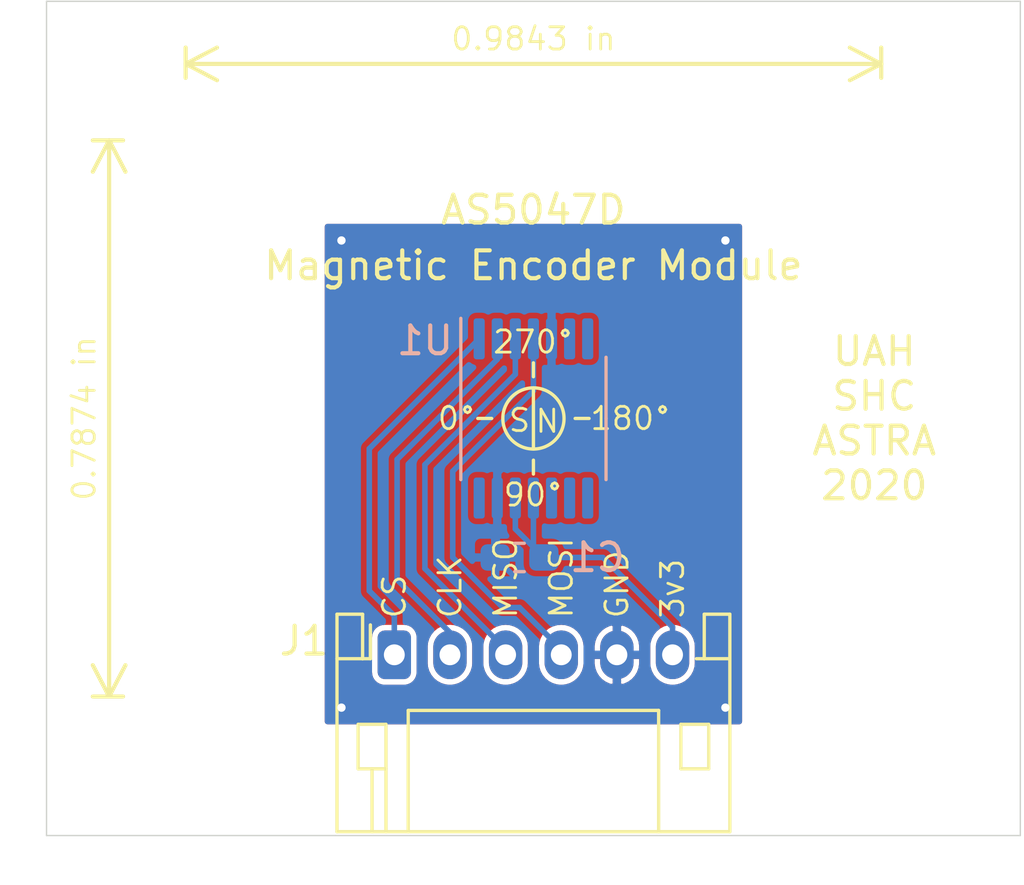
<source format=kicad_pcb>
(kicad_pcb (version 20171130) (host pcbnew "(5.1.6)-1")

  (general
    (thickness 1.6)
    (drawings 27)
    (tracks 41)
    (zones 0)
    (modules 7)
    (nets 13)
  )

  (page A4)
  (layers
    (0 F.Cu signal)
    (31 B.Cu signal)
    (32 B.Adhes user)
    (33 F.Adhes user)
    (34 B.Paste user)
    (35 F.Paste user)
    (36 B.SilkS user)
    (37 F.SilkS user)
    (38 B.Mask user)
    (39 F.Mask user)
    (40 Dwgs.User user)
    (41 Cmts.User user)
    (42 Eco1.User user)
    (43 Eco2.User user)
    (44 Edge.Cuts user)
    (45 Margin user)
    (46 B.CrtYd user)
    (47 F.CrtYd user)
    (48 B.Fab user)
    (49 F.Fab user)
  )

  (setup
    (last_trace_width 0.2)
    (user_trace_width 0.2)
    (trace_clearance 0.2)
    (zone_clearance 0.2)
    (zone_45_only yes)
    (trace_min 0.2)
    (via_size 0.8)
    (via_drill 0.4)
    (via_min_size 0.6)
    (via_min_drill 0.3)
    (user_via 0.6 0.3)
    (uvia_size 0.3)
    (uvia_drill 0.1)
    (uvias_allowed no)
    (uvia_min_size 0.2)
    (uvia_min_drill 0.1)
    (edge_width 0.05)
    (segment_width 0.2)
    (pcb_text_width 0.3)
    (pcb_text_size 1.5 1.5)
    (mod_edge_width 0.12)
    (mod_text_size 1 1)
    (mod_text_width 0.15)
    (pad_size 1.524 1.524)
    (pad_drill 0.762)
    (pad_to_mask_clearance 0.05)
    (aux_axis_origin 0 0)
    (visible_elements FFFFFF7F)
    (pcbplotparams
      (layerselection 0x010fc_ffffffff)
      (usegerberextensions false)
      (usegerberattributes true)
      (usegerberadvancedattributes true)
      (creategerberjobfile true)
      (excludeedgelayer true)
      (linewidth 0.100000)
      (plotframeref false)
      (viasonmask false)
      (mode 1)
      (useauxorigin false)
      (hpglpennumber 1)
      (hpglpenspeed 20)
      (hpglpendiameter 15.000000)
      (psnegative false)
      (psa4output false)
      (plotreference true)
      (plotvalue true)
      (plotinvisibletext false)
      (padsonsilk false)
      (subtractmaskfromsilk false)
      (outputformat 1)
      (mirror false)
      (drillshape 1)
      (scaleselection 1)
      (outputdirectory ""))
  )

  (net 0 "")
  (net 1 GND)
  (net 2 +3V3)
  (net 3 "Net-(J1-Pad4)")
  (net 4 "Net-(J1-Pad3)")
  (net 5 "Net-(J1-Pad2)")
  (net 6 "Net-(J1-Pad1)")
  (net 7 "Net-(U1-Pad14)")
  (net 8 "Net-(U1-Pad10)")
  (net 9 "Net-(U1-Pad9)")
  (net 10 "Net-(U1-Pad8)")
  (net 11 "Net-(U1-Pad7)")
  (net 12 "Net-(U1-Pad6)")

  (net_class Default "This is the default net class."
    (clearance 0.2)
    (trace_width 0.25)
    (via_dia 0.8)
    (via_drill 0.4)
    (uvia_dia 0.3)
    (uvia_drill 0.1)
    (add_net +3V3)
    (add_net GND)
    (add_net "Net-(J1-Pad1)")
    (add_net "Net-(J1-Pad2)")
    (add_net "Net-(J1-Pad3)")
    (add_net "Net-(J1-Pad4)")
    (add_net "Net-(U1-Pad10)")
    (add_net "Net-(U1-Pad14)")
    (add_net "Net-(U1-Pad6)")
    (add_net "Net-(U1-Pad7)")
    (add_net "Net-(U1-Pad8)")
    (add_net "Net-(U1-Pad9)")
  )

  (module Package_SO:TSSOP-14_4.4x5mm_P0.65mm (layer B.Cu) (tedit 5E476F32) (tstamp 5FBA078B)
    (at 147.5 105 270)
    (descr "TSSOP, 14 Pin (JEDEC MO-153 Var AB-1 https://www.jedec.org/document_search?search_api_views_fulltext=MO-153), generated with kicad-footprint-generator ipc_gullwing_generator.py")
    (tags "TSSOP SO")
    (path /603BEC24)
    (attr smd)
    (fp_text reference U1 (at -2.8 3.9) (layer B.SilkS)
      (effects (font (size 1 1) (thickness 0.15)) (justify mirror))
    )
    (fp_text value AS5047D (at 0 -3.45 270) (layer B.Fab)
      (effects (font (size 1 1) (thickness 0.15)) (justify mirror))
    )
    (fp_text user %R (at 0 0 270) (layer B.Fab)
      (effects (font (size 1 1) (thickness 0.15)) (justify mirror))
    )
    (fp_line (start 0 -2.61) (end 2.2 -2.61) (layer B.SilkS) (width 0.12))
    (fp_line (start 0 -2.61) (end -2.2 -2.61) (layer B.SilkS) (width 0.12))
    (fp_line (start 0 2.61) (end 2.2 2.61) (layer B.SilkS) (width 0.12))
    (fp_line (start 0 2.61) (end -3.6 2.61) (layer B.SilkS) (width 0.12))
    (fp_line (start -1.2 2.5) (end 2.2 2.5) (layer B.Fab) (width 0.1))
    (fp_line (start 2.2 2.5) (end 2.2 -2.5) (layer B.Fab) (width 0.1))
    (fp_line (start 2.2 -2.5) (end -2.2 -2.5) (layer B.Fab) (width 0.1))
    (fp_line (start -2.2 -2.5) (end -2.2 1.5) (layer B.Fab) (width 0.1))
    (fp_line (start -2.2 1.5) (end -1.2 2.5) (layer B.Fab) (width 0.1))
    (fp_line (start -3.85 2.75) (end -3.85 -2.75) (layer B.CrtYd) (width 0.05))
    (fp_line (start -3.85 -2.75) (end 3.85 -2.75) (layer B.CrtYd) (width 0.05))
    (fp_line (start 3.85 -2.75) (end 3.85 2.75) (layer B.CrtYd) (width 0.05))
    (fp_line (start 3.85 2.75) (end -3.85 2.75) (layer B.CrtYd) (width 0.05))
    (pad 14 smd roundrect (at 2.8625 1.95 270) (size 1.475 0.4) (layers B.Cu B.Paste B.Mask) (roundrect_rratio 0.25)
      (net 7 "Net-(U1-Pad14)"))
    (pad 13 smd roundrect (at 2.8625 1.3 270) (size 1.475 0.4) (layers B.Cu B.Paste B.Mask) (roundrect_rratio 0.25)
      (net 1 GND))
    (pad 12 smd roundrect (at 2.8625 0.65 270) (size 1.475 0.4) (layers B.Cu B.Paste B.Mask) (roundrect_rratio 0.25)
      (net 2 +3V3))
    (pad 11 smd roundrect (at 2.8625 0 270) (size 1.475 0.4) (layers B.Cu B.Paste B.Mask) (roundrect_rratio 0.25)
      (net 2 +3V3))
    (pad 10 smd roundrect (at 2.8625 -0.65 270) (size 1.475 0.4) (layers B.Cu B.Paste B.Mask) (roundrect_rratio 0.25)
      (net 8 "Net-(U1-Pad10)"))
    (pad 9 smd roundrect (at 2.8625 -1.3 270) (size 1.475 0.4) (layers B.Cu B.Paste B.Mask) (roundrect_rratio 0.25)
      (net 9 "Net-(U1-Pad9)"))
    (pad 8 smd roundrect (at 2.8625 -1.95 270) (size 1.475 0.4) (layers B.Cu B.Paste B.Mask) (roundrect_rratio 0.25)
      (net 10 "Net-(U1-Pad8)"))
    (pad 7 smd roundrect (at -2.8625 -1.95 270) (size 1.475 0.4) (layers B.Cu B.Paste B.Mask) (roundrect_rratio 0.25)
      (net 11 "Net-(U1-Pad7)"))
    (pad 6 smd roundrect (at -2.8625 -1.3 270) (size 1.475 0.4) (layers B.Cu B.Paste B.Mask) (roundrect_rratio 0.25)
      (net 12 "Net-(U1-Pad6)"))
    (pad 5 smd roundrect (at -2.8625 -0.65 270) (size 1.475 0.4) (layers B.Cu B.Paste B.Mask) (roundrect_rratio 0.25)
      (net 1 GND))
    (pad 4 smd roundrect (at -2.8625 0 270) (size 1.475 0.4) (layers B.Cu B.Paste B.Mask) (roundrect_rratio 0.25)
      (net 3 "Net-(J1-Pad4)"))
    (pad 3 smd roundrect (at -2.8625 0.65 270) (size 1.475 0.4) (layers B.Cu B.Paste B.Mask) (roundrect_rratio 0.25)
      (net 4 "Net-(J1-Pad3)"))
    (pad 2 smd roundrect (at -2.8625 1.3 270) (size 1.475 0.4) (layers B.Cu B.Paste B.Mask) (roundrect_rratio 0.25)
      (net 5 "Net-(J1-Pad2)"))
    (pad 1 smd roundrect (at -2.8625 1.95 270) (size 1.475 0.4) (layers B.Cu B.Paste B.Mask) (roundrect_rratio 0.25)
      (net 6 "Net-(J1-Pad1)"))
    (model ${KISYS3DMOD}/Package_SO.3dshapes/TSSOP-14_4.4x5mm_P0.65mm.wrl
      (at (xyz 0 0 0))
      (scale (xyz 1 1 1))
      (rotate (xyz 0 0 0))
    )
  )

  (module Connector_JST:JST_PH_S6B-PH-K_1x06_P2.00mm_Horizontal (layer F.Cu) (tedit 5B7745C6) (tstamp 5FBA076B)
    (at 142.5 113.5)
    (descr "JST PH series connector, S6B-PH-K (http://www.jst-mfg.com/product/pdf/eng/ePH.pdf), generated with kicad-footprint-generator")
    (tags "connector JST PH top entry")
    (path /603C69A3)
    (fp_text reference J1 (at -3.25 -0.5) (layer F.SilkS)
      (effects (font (size 1 1) (thickness 0.15)))
    )
    (fp_text value Conn_01x06 (at 5 7.45) (layer F.Fab)
      (effects (font (size 1 1) (thickness 0.15)))
    )
    (fp_text user %R (at 5 2.5) (layer F.Fab)
      (effects (font (size 1 1) (thickness 0.15)))
    )
    (fp_line (start -0.86 0.14) (end -1.14 0.14) (layer F.SilkS) (width 0.12))
    (fp_line (start -1.14 0.14) (end -1.14 -1.46) (layer F.SilkS) (width 0.12))
    (fp_line (start -1.14 -1.46) (end -2.06 -1.46) (layer F.SilkS) (width 0.12))
    (fp_line (start -2.06 -1.46) (end -2.06 6.36) (layer F.SilkS) (width 0.12))
    (fp_line (start -2.06 6.36) (end 12.06 6.36) (layer F.SilkS) (width 0.12))
    (fp_line (start 12.06 6.36) (end 12.06 -1.46) (layer F.SilkS) (width 0.12))
    (fp_line (start 12.06 -1.46) (end 11.14 -1.46) (layer F.SilkS) (width 0.12))
    (fp_line (start 11.14 -1.46) (end 11.14 0.14) (layer F.SilkS) (width 0.12))
    (fp_line (start 11.14 0.14) (end 10.86 0.14) (layer F.SilkS) (width 0.12))
    (fp_line (start 0.5 6.36) (end 0.5 2) (layer F.SilkS) (width 0.12))
    (fp_line (start 0.5 2) (end 9.5 2) (layer F.SilkS) (width 0.12))
    (fp_line (start 9.5 2) (end 9.5 6.36) (layer F.SilkS) (width 0.12))
    (fp_line (start -2.06 0.14) (end -1.14 0.14) (layer F.SilkS) (width 0.12))
    (fp_line (start 12.06 0.14) (end 11.14 0.14) (layer F.SilkS) (width 0.12))
    (fp_line (start -1.3 2.5) (end -1.3 4.1) (layer F.SilkS) (width 0.12))
    (fp_line (start -1.3 4.1) (end -0.3 4.1) (layer F.SilkS) (width 0.12))
    (fp_line (start -0.3 4.1) (end -0.3 2.5) (layer F.SilkS) (width 0.12))
    (fp_line (start -0.3 2.5) (end -1.3 2.5) (layer F.SilkS) (width 0.12))
    (fp_line (start 11.3 2.5) (end 11.3 4.1) (layer F.SilkS) (width 0.12))
    (fp_line (start 11.3 4.1) (end 10.3 4.1) (layer F.SilkS) (width 0.12))
    (fp_line (start 10.3 4.1) (end 10.3 2.5) (layer F.SilkS) (width 0.12))
    (fp_line (start 10.3 2.5) (end 11.3 2.5) (layer F.SilkS) (width 0.12))
    (fp_line (start -0.3 4.1) (end -0.3 6.36) (layer F.SilkS) (width 0.12))
    (fp_line (start -0.8 4.1) (end -0.8 6.36) (layer F.SilkS) (width 0.12))
    (fp_line (start -2.45 -1.85) (end -2.45 6.75) (layer F.CrtYd) (width 0.05))
    (fp_line (start -2.45 6.75) (end 12.45 6.75) (layer F.CrtYd) (width 0.05))
    (fp_line (start 12.45 6.75) (end 12.45 -1.85) (layer F.CrtYd) (width 0.05))
    (fp_line (start 12.45 -1.85) (end -2.45 -1.85) (layer F.CrtYd) (width 0.05))
    (fp_line (start -1.25 0.25) (end -1.25 -1.35) (layer F.Fab) (width 0.1))
    (fp_line (start -1.25 -1.35) (end -1.95 -1.35) (layer F.Fab) (width 0.1))
    (fp_line (start -1.95 -1.35) (end -1.95 6.25) (layer F.Fab) (width 0.1))
    (fp_line (start -1.95 6.25) (end 11.95 6.25) (layer F.Fab) (width 0.1))
    (fp_line (start 11.95 6.25) (end 11.95 -1.35) (layer F.Fab) (width 0.1))
    (fp_line (start 11.95 -1.35) (end 11.25 -1.35) (layer F.Fab) (width 0.1))
    (fp_line (start 11.25 -1.35) (end 11.25 0.25) (layer F.Fab) (width 0.1))
    (fp_line (start 11.25 0.25) (end -1.25 0.25) (layer F.Fab) (width 0.1))
    (fp_line (start -0.86 0.14) (end -0.86 -1.075) (layer F.SilkS) (width 0.12))
    (fp_line (start 0 0.875) (end -0.5 1.375) (layer F.Fab) (width 0.1))
    (fp_line (start -0.5 1.375) (end 0.5 1.375) (layer F.Fab) (width 0.1))
    (fp_line (start 0.5 1.375) (end 0 0.875) (layer F.Fab) (width 0.1))
    (pad 6 thru_hole oval (at 10 0) (size 1.2 1.75) (drill 0.75) (layers *.Cu *.Mask)
      (net 2 +3V3))
    (pad 5 thru_hole oval (at 8 0) (size 1.2 1.75) (drill 0.75) (layers *.Cu *.Mask)
      (net 1 GND))
    (pad 4 thru_hole oval (at 6 0) (size 1.2 1.75) (drill 0.75) (layers *.Cu *.Mask)
      (net 3 "Net-(J1-Pad4)"))
    (pad 3 thru_hole oval (at 4 0) (size 1.2 1.75) (drill 0.75) (layers *.Cu *.Mask)
      (net 4 "Net-(J1-Pad3)"))
    (pad 2 thru_hole oval (at 2 0) (size 1.2 1.75) (drill 0.75) (layers *.Cu *.Mask)
      (net 5 "Net-(J1-Pad2)"))
    (pad 1 thru_hole roundrect (at 0 0) (size 1.2 1.75) (drill 0.75) (layers *.Cu *.Mask) (roundrect_rratio 0.208333)
      (net 6 "Net-(J1-Pad1)"))
    (model ${KISYS3DMOD}/Connector_JST.3dshapes/JST_PH_S6B-PH-K_1x06_P2.00mm_Horizontal.wrl
      (at (xyz 0 0 0))
      (scale (xyz 1 1 1))
      (rotate (xyz 0 0 0))
    )
  )

  (module MountingHole:MountingHole_3.2mm_M3 (layer F.Cu) (tedit 56D1B4CB) (tstamp 5FBA0738)
    (at 160 115)
    (descr "Mounting Hole 3.2mm, no annular, M3")
    (tags "mounting hole 3.2mm no annular m3")
    (path /603CAD18)
    (attr virtual)
    (fp_text reference H4 (at 0 -4.2) (layer F.Fab)
      (effects (font (size 1 1) (thickness 0.15)))
    )
    (fp_text value MountingHole (at 0 4.2) (layer F.Fab)
      (effects (font (size 1 1) (thickness 0.15)))
    )
    (fp_text user %R (at 0.3 0) (layer F.Fab)
      (effects (font (size 1 1) (thickness 0.15)))
    )
    (fp_circle (center 0 0) (end 3.2 0) (layer Cmts.User) (width 0.15))
    (fp_circle (center 0 0) (end 3.45 0) (layer F.CrtYd) (width 0.05))
    (pad 1 np_thru_hole circle (at 0 0) (size 3.2 3.2) (drill 3.2) (layers *.Cu *.Mask))
  )

  (module MountingHole:MountingHole_3.2mm_M3 (layer F.Cu) (tedit 56D1B4CB) (tstamp 5FBA0A44)
    (at 135 115)
    (descr "Mounting Hole 3.2mm, no annular, M3")
    (tags "mounting hole 3.2mm no annular m3")
    (path /603CB7EC)
    (attr virtual)
    (fp_text reference H3 (at 0 -4.2) (layer F.Fab)
      (effects (font (size 1 1) (thickness 0.15)))
    )
    (fp_text value MountingHole (at 0 4.2) (layer F.Fab)
      (effects (font (size 1 1) (thickness 0.15)))
    )
    (fp_text user %R (at 0.3 0) (layer F.Fab)
      (effects (font (size 1 1) (thickness 0.15)))
    )
    (fp_circle (center 0 0) (end 3.2 0) (layer Cmts.User) (width 0.15))
    (fp_circle (center 0 0) (end 3.45 0) (layer F.CrtYd) (width 0.05))
    (pad 1 np_thru_hole circle (at 0 0) (size 3.2 3.2) (drill 3.2) (layers *.Cu *.Mask))
  )

  (module MountingHole:MountingHole_3.2mm_M3 (layer F.Cu) (tedit 56D1B4CB) (tstamp 5FBA0728)
    (at 160 95)
    (descr "Mounting Hole 3.2mm, no annular, M3")
    (tags "mounting hole 3.2mm no annular m3")
    (path /603CBA0F)
    (attr virtual)
    (fp_text reference H2 (at 0 -4.2) (layer F.Fab)
      (effects (font (size 1 1) (thickness 0.15)))
    )
    (fp_text value MountingHole (at 0 4.2) (layer F.Fab)
      (effects (font (size 1 1) (thickness 0.15)))
    )
    (fp_text user %R (at 0.3 0) (layer F.Fab)
      (effects (font (size 1 1) (thickness 0.15)))
    )
    (fp_circle (center 0 0) (end 3.2 0) (layer Cmts.User) (width 0.15))
    (fp_circle (center 0 0) (end 3.45 0) (layer F.CrtYd) (width 0.05))
    (pad 1 np_thru_hole circle (at 0 0) (size 3.2 3.2) (drill 3.2) (layers *.Cu *.Mask))
  )

  (module MountingHole:MountingHole_3.2mm_M3 (layer F.Cu) (tedit 56D1B4CB) (tstamp 5FBA0720)
    (at 135 95)
    (descr "Mounting Hole 3.2mm, no annular, M3")
    (tags "mounting hole 3.2mm no annular m3")
    (path /603CBA19)
    (attr virtual)
    (fp_text reference H1 (at 0 -4.2) (layer F.Fab)
      (effects (font (size 1 1) (thickness 0.15)))
    )
    (fp_text value MountingHole (at 0 4.2) (layer F.Fab)
      (effects (font (size 1 1) (thickness 0.15)))
    )
    (fp_text user %R (at 0.3 0) (layer F.Fab)
      (effects (font (size 1 1) (thickness 0.15)))
    )
    (fp_circle (center 0 0) (end 3.2 0) (layer Cmts.User) (width 0.15))
    (fp_circle (center 0 0) (end 3.45 0) (layer F.CrtYd) (width 0.05))
    (pad 1 np_thru_hole circle (at 0 0) (size 3.2 3.2) (drill 3.2) (layers *.Cu *.Mask))
  )

  (module Capacitor_SMD:C_0603_1608Metric_Pad1.05x0.95mm_HandSolder (layer B.Cu) (tedit 5B301BBE) (tstamp 5FBA0DDE)
    (at 147 110 180)
    (descr "Capacitor SMD 0603 (1608 Metric), square (rectangular) end terminal, IPC_7351 nominal with elongated pad for handsoldering. (Body size source: http://www.tortai-tech.com/upload/download/2011102023233369053.pdf), generated with kicad-footprint-generator")
    (tags "capacitor handsolder")
    (path /603C3CD1)
    (attr smd)
    (fp_text reference C1 (at -2.8 0) (layer B.SilkS)
      (effects (font (size 1 1) (thickness 0.15)) (justify mirror))
    )
    (fp_text value 0.1u (at 0 -1.43) (layer B.Fab)
      (effects (font (size 1 1) (thickness 0.15)) (justify mirror))
    )
    (fp_text user %R (at 0 0) (layer B.Fab)
      (effects (font (size 0.4 0.4) (thickness 0.06)) (justify mirror))
    )
    (fp_line (start -0.8 -0.4) (end -0.8 0.4) (layer B.Fab) (width 0.1))
    (fp_line (start -0.8 0.4) (end 0.8 0.4) (layer B.Fab) (width 0.1))
    (fp_line (start 0.8 0.4) (end 0.8 -0.4) (layer B.Fab) (width 0.1))
    (fp_line (start 0.8 -0.4) (end -0.8 -0.4) (layer B.Fab) (width 0.1))
    (fp_line (start -0.171267 0.51) (end 0.171267 0.51) (layer B.SilkS) (width 0.12))
    (fp_line (start -0.171267 -0.51) (end 0.171267 -0.51) (layer B.SilkS) (width 0.12))
    (fp_line (start -1.65 -0.73) (end -1.65 0.73) (layer B.CrtYd) (width 0.05))
    (fp_line (start -1.65 0.73) (end 1.65 0.73) (layer B.CrtYd) (width 0.05))
    (fp_line (start 1.65 0.73) (end 1.65 -0.73) (layer B.CrtYd) (width 0.05))
    (fp_line (start 1.65 -0.73) (end -1.65 -0.73) (layer B.CrtYd) (width 0.05))
    (pad 2 smd roundrect (at 0.875 0 180) (size 1.05 0.95) (layers B.Cu B.Paste B.Mask) (roundrect_rratio 0.25)
      (net 1 GND))
    (pad 1 smd roundrect (at -0.875 0 180) (size 1.05 0.95) (layers B.Cu B.Paste B.Mask) (roundrect_rratio 0.25)
      (net 2 +3V3))
    (model ${KISYS3DMOD}/Capacitor_SMD.3dshapes/C_0603_1608Metric.wrl
      (at (xyz 0 0 0))
      (scale (xyz 1 1 1))
      (rotate (xyz 0 0 0))
    )
  )

  (gr_text "UAH\nSHC\nASTRA\n2020" (at 159.75 105) (layer F.SilkS)
    (effects (font (size 1 1) (thickness 0.15)))
  )
  (gr_text 270° (at 147.5 102.25) (layer F.SilkS) (tstamp 5FBA1802)
    (effects (font (size 0.8 0.8) (thickness 0.1)))
  )
  (gr_text 180° (at 151 105) (layer F.SilkS) (tstamp 5FBA17EB)
    (effects (font (size 0.8 0.8) (thickness 0.1)))
  )
  (gr_text 90° (at 147.5 107.75) (layer F.SilkS) (tstamp 5FBA17E2)
    (effects (font (size 0.8 0.8) (thickness 0.1)))
  )
  (gr_text AS5047D (at 147.5 97.5) (layer F.SilkS) (tstamp 5FBA1757)
    (effects (font (size 1 1) (thickness 0.15)))
  )
  (gr_text CS (at 142.5 112.25 90) (layer F.SilkS) (tstamp 5FBA16F4)
    (effects (font (size 0.8 0.8) (thickness 0.1)) (justify left))
  )
  (gr_text CLK (at 144.5 112.25 90) (layer F.SilkS) (tstamp 5FBA16F4)
    (effects (font (size 0.8 0.8) (thickness 0.1)) (justify left))
  )
  (gr_text MISO (at 146.5 112.25 90) (layer F.SilkS) (tstamp 5FBA16F4)
    (effects (font (size 0.8 0.8) (thickness 0.1)) (justify left))
  )
  (gr_text MOSI (at 148.5 112.25 90) (layer F.SilkS) (tstamp 5FBA16F4)
    (effects (font (size 0.8 0.8) (thickness 0.1)) (justify left))
  )
  (gr_text GND (at 150.5 112.25 90) (layer F.SilkS) (tstamp 5FBA16F4)
    (effects (font (size 0.8 0.8) (thickness 0.1)) (justify left))
  )
  (gr_text 3v3 (at 152.5 112.25 90) (layer F.SilkS)
    (effects (font (size 0.8 0.8) (thickness 0.1)) (justify left))
  )
  (gr_text "Magnetic Encoder Module" (at 147.5 99.5) (layer F.SilkS)
    (effects (font (size 1 1) (thickness 0.15)))
  )
  (gr_line (start 146 105) (end 145.5 105) (layer F.SilkS) (width 0.12))
  (gr_line (start 147.5 106.5) (end 147.5 107) (layer F.SilkS) (width 0.12))
  (gr_line (start 149 105) (end 149.5 105) (layer F.SilkS) (width 0.12))
  (gr_line (start 147.5 103.5) (end 147.5 103) (layer F.SilkS) (width 0.12))
  (gr_text 0° (at 144.75 105) (layer F.SilkS)
    (effects (font (size 0.8 0.8) (thickness 0.1)))
  )
  (gr_text N (at 148 105.1) (layer F.SilkS)
    (effects (font (size 0.8 0.8) (thickness 0.1)))
  )
  (gr_text S (at 147 105 180) (layer F.SilkS)
    (effects (font (size 0.8 0.8) (thickness 0.1)))
  )
  (gr_line (start 147.5 103.9) (end 147.5 106.1) (layer F.SilkS) (width 0.12) (tstamp 5FBA15D7))
  (gr_circle (center 147.5 105) (end 147.5 103.9) (layer F.SilkS) (width 0.12))
  (dimension 20 (width 0.15) (layer F.SilkS)
    (gr_text "20.000 mm" (at 130.95 105 90) (layer F.SilkS)
      (effects (font (size 0.8 0.8) (thickness 0.1)))
    )
    (feature1 (pts (xy 132.75 95) (xy 131.663579 95)))
    (feature2 (pts (xy 132.75 115) (xy 131.663579 115)))
    (crossbar (pts (xy 132.25 115) (xy 132.25 95)))
    (arrow1a (pts (xy 132.25 95) (xy 132.836421 96.126504)))
    (arrow1b (pts (xy 132.25 95) (xy 131.663579 96.126504)))
    (arrow2a (pts (xy 132.25 115) (xy 132.836421 113.873496)))
    (arrow2b (pts (xy 132.25 115) (xy 131.663579 113.873496)))
  )
  (dimension 25 (width 0.15) (layer F.SilkS) (tstamp 5FBA1780)
    (gr_text "25.000 mm" (at 147.5 90.95) (layer F.SilkS) (tstamp 5FBA1781)
      (effects (font (size 0.8 0.8) (thickness 0.1)))
    )
    (feature1 (pts (xy 160 92.75) (xy 160 91.663579)))
    (feature2 (pts (xy 135 92.75) (xy 135 91.663579)))
    (crossbar (pts (xy 135 92.25) (xy 160 92.25)))
    (arrow1a (pts (xy 160 92.25) (xy 158.873496 92.836421)))
    (arrow1b (pts (xy 160 92.25) (xy 158.873496 91.663579)))
    (arrow2a (pts (xy 135 92.25) (xy 136.126504 92.836421)))
    (arrow2b (pts (xy 135 92.25) (xy 136.126504 91.663579)))
  )
  (gr_line (start 130 120) (end 165 120) (layer Edge.Cuts) (width 0.05) (tstamp 5FBA0D36))
  (gr_line (start 130 90) (end 130 120) (layer Edge.Cuts) (width 0.05))
  (gr_line (start 165 90) (end 130 90) (layer Edge.Cuts) (width 0.05))
  (gr_line (start 165 120) (end 165 90) (layer Edge.Cuts) (width 0.05))

  (segment (start 146.2 109.925) (end 146.125 110) (width 0.2) (layer B.Cu) (net 1))
  (segment (start 146.2 107.8625) (end 146.2 109.925) (width 0.2) (layer B.Cu) (net 1))
  (segment (start 148.874989 110.799989) (end 150.5 112.425) (width 0.2) (layer B.Cu) (net 1))
  (segment (start 150.5 112.425) (end 150.5 113.5) (width 0.2) (layer B.Cu) (net 1))
  (segment (start 146.924989 110.799989) (end 148.874989 110.799989) (width 0.2) (layer B.Cu) (net 1))
  (segment (start 146.125 110) (end 146.924989 110.799989) (width 0.2) (layer B.Cu) (net 1))
  (segment (start 148.15 105.05) (end 148.15 102.1375) (width 0.2) (layer B.Cu) (net 1))
  (segment (start 146.2 107.8625) (end 146.2 107) (width 0.2) (layer B.Cu) (net 1))
  (segment (start 146.2 107) (end 148.15 105.05) (width 0.2) (layer B.Cu) (net 1))
  (via (at 154.4 98.6) (size 0.6) (drill 0.3) (layers F.Cu B.Cu) (net 1))
  (via (at 140.6 98.6) (size 0.6) (drill 0.3) (layers F.Cu B.Cu) (net 1))
  (via (at 140.6 115.4) (size 0.6) (drill 0.3) (layers F.Cu B.Cu) (net 1))
  (via (at 154.4 115.4) (size 0.6) (drill 0.3) (layers F.Cu B.Cu) (net 1))
  (segment (start 147.5 109.625) (end 147.5 107.8625) (width 0.2) (layer B.Cu) (net 2))
  (segment (start 147.875 110) (end 147.5 109.625) (width 0.2) (layer B.Cu) (net 2))
  (segment (start 146.85 108.975) (end 147.875 110) (width 0.2) (layer B.Cu) (net 2))
  (segment (start 146.85 107.8625) (end 146.85 108.975) (width 0.2) (layer B.Cu) (net 2))
  (segment (start 152.5 112.5) (end 152.5 113.5) (width 0.2) (layer B.Cu) (net 2))
  (segment (start 147.875 110) (end 150 110) (width 0.2) (layer B.Cu) (net 2))
  (segment (start 150 110) (end 152.5 112.5) (width 0.2) (layer B.Cu) (net 2))
  (segment (start 147.5 104) (end 147.5 102.1375) (width 0.2) (layer B.Cu) (net 3))
  (segment (start 144.6 106.9) (end 147.5 104) (width 0.2) (layer B.Cu) (net 3))
  (segment (start 148.5 113.3) (end 147 111.8) (width 0.2) (layer B.Cu) (net 3))
  (segment (start 147 111.8) (end 146.4 111.8) (width 0.2) (layer B.Cu) (net 3))
  (segment (start 148.5 113.5) (end 148.5 113.3) (width 0.2) (layer B.Cu) (net 3))
  (segment (start 144.6 110) (end 144.6 106.9) (width 0.2) (layer B.Cu) (net 3))
  (segment (start 146.4 111.8) (end 144.6 110) (width 0.2) (layer B.Cu) (net 3))
  (segment (start 146.85 103.4125) (end 146.85 102.1375) (width 0.2) (layer B.Cu) (net 4))
  (segment (start 143.6 106.6625) (end 146.85 103.4125) (width 0.2) (layer B.Cu) (net 4))
  (segment (start 143.6 110.4) (end 143.6 106.6625) (width 0.2) (layer B.Cu) (net 4))
  (segment (start 146.5 113.5) (end 146.5 113.3) (width 0.2) (layer B.Cu) (net 4))
  (segment (start 146.5 113.3) (end 143.6 110.4) (width 0.2) (layer B.Cu) (net 4))
  (segment (start 142.6 110.8) (end 142.6 106.475) (width 0.2) (layer B.Cu) (net 5))
  (segment (start 142.6 106.475) (end 146.2 102.875) (width 0.2) (layer B.Cu) (net 5))
  (segment (start 144.5 113.5) (end 144.5 112.7) (width 0.2) (layer B.Cu) (net 5))
  (segment (start 146.2 102.875) (end 146.2 102.1375) (width 0.2) (layer B.Cu) (net 5))
  (segment (start 144.5 112.7) (end 142.6 110.8) (width 0.2) (layer B.Cu) (net 5))
  (segment (start 141.6 106.0875) (end 145.55 102.1375) (width 0.2) (layer B.Cu) (net 6))
  (segment (start 141.6 111.2) (end 141.6 106.0875) (width 0.2) (layer B.Cu) (net 6))
  (segment (start 142.5 113.5) (end 142.5 112.1) (width 0.2) (layer B.Cu) (net 6))
  (segment (start 142.5 112.1) (end 141.6 111.2) (width 0.2) (layer B.Cu) (net 6))

  (zone (net 1) (net_name GND) (layer B.Cu) (tstamp 0) (hatch edge 0.508)
    (connect_pads (clearance 0.2))
    (min_thickness 0.2)
    (fill yes (arc_segments 32) (thermal_gap 0.2) (thermal_bridge_width 0.3))
    (polygon
      (pts
        (xy 155 116) (xy 140 116) (xy 140 98) (xy 155 98)
      )
    )
    (filled_polygon
      (pts
        (xy 154.9 115.9) (xy 140.1 115.9) (xy 140.1 106.0875) (xy 141.198065 106.0875) (xy 141.200001 106.107156)
        (xy 141.2 111.180354) (xy 141.198065 111.2) (xy 141.2 111.219646) (xy 141.205788 111.278413) (xy 141.22866 111.353813)
        (xy 141.265803 111.423302) (xy 141.315789 111.484211) (xy 141.331052 111.496737) (xy 142.100001 112.265687) (xy 142.100001 112.328473)
        (xy 142.042416 112.334145) (xy 141.938968 112.365526) (xy 141.84363 112.416485) (xy 141.760065 112.485065) (xy 141.691485 112.56863)
        (xy 141.640526 112.663968) (xy 141.609145 112.767416) (xy 141.598549 112.874999) (xy 141.598549 114.125001) (xy 141.609145 114.232584)
        (xy 141.640526 114.336032) (xy 141.691485 114.43137) (xy 141.760065 114.514935) (xy 141.84363 114.583515) (xy 141.938968 114.634474)
        (xy 142.042416 114.665855) (xy 142.149999 114.676451) (xy 142.850001 114.676451) (xy 142.957584 114.665855) (xy 143.061032 114.634474)
        (xy 143.15637 114.583515) (xy 143.239935 114.514935) (xy 143.308515 114.43137) (xy 143.359474 114.336032) (xy 143.390855 114.232584)
        (xy 143.401451 114.125001) (xy 143.401451 112.874999) (xy 143.390855 112.767416) (xy 143.359474 112.663968) (xy 143.308515 112.56863)
        (xy 143.239935 112.485065) (xy 143.15637 112.416485) (xy 143.061032 112.365526) (xy 142.957584 112.334145) (xy 142.9 112.328473)
        (xy 142.9 112.119635) (xy 142.901934 112.099999) (xy 142.9 112.080363) (xy 142.9 112.080353) (xy 142.894212 112.021586)
        (xy 142.87134 111.946186) (xy 142.834197 111.876697) (xy 142.784211 111.815789) (xy 142.768953 111.803267) (xy 142 111.034315)
        (xy 142 106.253185) (xy 145.181612 103.071573) (xy 145.226966 103.108794) (xy 145.296371 103.145892) (xy 145.347816 103.161498)
        (xy 142.331048 106.178267) (xy 142.31579 106.190789) (xy 142.303268 106.206047) (xy 142.303265 106.20605) (xy 142.265803 106.251698)
        (xy 142.228661 106.321186) (xy 142.205788 106.396587) (xy 142.198065 106.475) (xy 142.200001 106.494656) (xy 142.2 110.780354)
        (xy 142.198065 110.8) (xy 142.2 110.819646) (xy 142.205788 110.878413) (xy 142.22866 110.953813) (xy 142.265803 111.023302)
        (xy 142.315789 111.084211) (xy 142.331052 111.096737) (xy 143.842186 112.607872) (xy 143.748057 112.722569) (xy 143.664486 112.87892)
        (xy 143.613023 113.04857) (xy 143.6 113.180794) (xy 143.6 113.819207) (xy 143.613023 113.951431) (xy 143.664486 114.121081)
        (xy 143.748058 114.277432) (xy 143.860526 114.414475) (xy 143.997569 114.526943) (xy 144.15392 114.610514) (xy 144.32357 114.661977)
        (xy 144.5 114.679354) (xy 144.676431 114.661977) (xy 144.846081 114.610514) (xy 145.002432 114.526943) (xy 145.139475 114.414475)
        (xy 145.251943 114.277432) (xy 145.335514 114.121081) (xy 145.386977 113.951431) (xy 145.4 113.819207) (xy 145.4 113.180793)
        (xy 145.386977 113.048569) (xy 145.335514 112.878919) (xy 145.251943 112.722568) (xy 145.139475 112.585525) (xy 145.002431 112.473057)
        (xy 144.84608 112.389486) (xy 144.715587 112.349901) (xy 143 110.634315) (xy 143 106.640685) (xy 146.45 103.190686)
        (xy 146.45 103.246814) (xy 143.331048 106.365767) (xy 143.31579 106.378289) (xy 143.303268 106.393547) (xy 143.303265 106.39355)
        (xy 143.265803 106.439198) (xy 143.228661 106.508686) (xy 143.205788 106.584087) (xy 143.198065 106.6625) (xy 143.200001 106.682156)
        (xy 143.2 110.380353) (xy 143.198065 110.4) (xy 143.2 110.419646) (xy 143.205788 110.478413) (xy 143.22866 110.553813)
        (xy 143.265803 110.623302) (xy 143.315789 110.684211) (xy 143.331052 110.696737) (xy 145.629283 112.994969) (xy 145.613023 113.04857)
        (xy 145.6 113.180794) (xy 145.6 113.819207) (xy 145.613023 113.951431) (xy 145.664486 114.121081) (xy 145.748058 114.277432)
        (xy 145.860526 114.414475) (xy 145.997569 114.526943) (xy 146.15392 114.610514) (xy 146.32357 114.661977) (xy 146.5 114.679354)
        (xy 146.676431 114.661977) (xy 146.846081 114.610514) (xy 147.002432 114.526943) (xy 147.139475 114.414475) (xy 147.251943 114.277432)
        (xy 147.335514 114.121081) (xy 147.386977 113.951431) (xy 147.4 113.819207) (xy 147.4 113.180793) (xy 147.386977 113.048569)
        (xy 147.335514 112.878919) (xy 147.251943 112.722568) (xy 147.139475 112.585525) (xy 147.002431 112.473057) (xy 146.84608 112.389486)
        (xy 146.67643 112.338023) (xy 146.5 112.320646) (xy 146.323569 112.338023) (xy 146.15488 112.389194) (xy 144 110.234315)
        (xy 144 106.828185) (xy 147.1 103.728186) (xy 147.1 103.834314) (xy 144.331048 106.603267) (xy 144.31579 106.615789)
        (xy 144.303268 106.631047) (xy 144.303265 106.63105) (xy 144.265803 106.676698) (xy 144.228661 106.746186) (xy 144.205788 106.821587)
        (xy 144.198065 106.9) (xy 144.200001 106.919656) (xy 144.2 109.980353) (xy 144.198065 110) (xy 144.2 110.019646)
        (xy 144.205788 110.078413) (xy 144.22866 110.153813) (xy 144.265803 110.223302) (xy 144.315789 110.284211) (xy 144.33105 110.296735)
        (xy 146.103263 112.068948) (xy 146.115789 112.084211) (xy 146.176697 112.134197) (xy 146.246186 112.17134) (xy 146.321586 112.194212)
        (xy 146.380353 112.2) (xy 146.380363 112.2) (xy 146.399999 112.201934) (xy 146.419635 112.2) (xy 146.834315 112.2)
        (xy 147.629283 112.994968) (xy 147.613023 113.04857) (xy 147.6 113.180794) (xy 147.6 113.819207) (xy 147.613023 113.951431)
        (xy 147.664486 114.121081) (xy 147.748058 114.277432) (xy 147.860526 114.414475) (xy 147.997569 114.526943) (xy 148.15392 114.610514)
        (xy 148.32357 114.661977) (xy 148.5 114.679354) (xy 148.676431 114.661977) (xy 148.846081 114.610514) (xy 149.002432 114.526943)
        (xy 149.139475 114.414475) (xy 149.251943 114.277432) (xy 149.335514 114.121081) (xy 149.386977 113.951431) (xy 149.4 113.819207)
        (xy 149.4 113.55) (xy 149.6 113.55) (xy 149.6 113.825) (xy 149.627048 113.999621) (xy 149.687643 114.165609)
        (xy 149.779456 114.316587) (xy 149.898959 114.446752) (xy 150.04156 114.551102) (xy 150.201779 114.625627) (xy 150.310042 114.654725)
        (xy 150.45 114.598483) (xy 150.45 113.55) (xy 150.55 113.55) (xy 150.55 114.598483) (xy 150.689958 114.654725)
        (xy 150.798221 114.625627) (xy 150.95844 114.551102) (xy 151.101041 114.446752) (xy 151.220544 114.316587) (xy 151.312357 114.165609)
        (xy 151.372952 113.999621) (xy 151.4 113.825) (xy 151.4 113.55) (xy 150.55 113.55) (xy 150.45 113.55)
        (xy 149.6 113.55) (xy 149.4 113.55) (xy 149.4 113.180793) (xy 149.39943 113.175) (xy 149.6 113.175)
        (xy 149.6 113.45) (xy 150.45 113.45) (xy 150.45 112.401517) (xy 150.55 112.401517) (xy 150.55 113.45)
        (xy 151.4 113.45) (xy 151.4 113.175) (xy 151.372952 113.000379) (xy 151.312357 112.834391) (xy 151.220544 112.683413)
        (xy 151.101041 112.553248) (xy 150.95844 112.448898) (xy 150.798221 112.374373) (xy 150.689958 112.345275) (xy 150.55 112.401517)
        (xy 150.45 112.401517) (xy 150.310042 112.345275) (xy 150.201779 112.374373) (xy 150.04156 112.448898) (xy 149.898959 112.553248)
        (xy 149.779456 112.683413) (xy 149.687643 112.834391) (xy 149.627048 113.000379) (xy 149.6 113.175) (xy 149.39943 113.175)
        (xy 149.386977 113.048569) (xy 149.335514 112.878919) (xy 149.251943 112.722568) (xy 149.139475 112.585525) (xy 149.002431 112.473057)
        (xy 148.84608 112.389486) (xy 148.67643 112.338023) (xy 148.5 112.320646) (xy 148.323569 112.338023) (xy 148.15488 112.389195)
        (xy 147.296737 111.531052) (xy 147.284211 111.515789) (xy 147.223303 111.465803) (xy 147.153814 111.42866) (xy 147.078414 111.405788)
        (xy 147.019647 111.4) (xy 147.019646 111.4) (xy 147 111.398065) (xy 146.980354 111.4) (xy 146.565685 111.4)
        (xy 145.9409 110.775215) (xy 146 110.775) (xy 146.075 110.7) (xy 146.075 110.05) (xy 146.175 110.05)
        (xy 146.175 110.7) (xy 146.25 110.775) (xy 146.65 110.776452) (xy 146.70881 110.77066) (xy 146.765361 110.753505)
        (xy 146.817478 110.725648) (xy 146.863159 110.688159) (xy 146.900648 110.642478) (xy 146.928505 110.590361) (xy 146.94566 110.53381)
        (xy 146.951452 110.475) (xy 146.95 110.125) (xy 146.875 110.05) (xy 146.175 110.05) (xy 146.075 110.05)
        (xy 145.375 110.05) (xy 145.3 110.125) (xy 145.299962 110.134277) (xy 145 109.834315) (xy 145 109.525)
        (xy 145.298548 109.525) (xy 145.3 109.875) (xy 145.375 109.95) (xy 146.075 109.95) (xy 146.075 109.3)
        (xy 146.175 109.3) (xy 146.175 109.95) (xy 146.875 109.95) (xy 146.95 109.875) (xy 146.950968 109.641653)
        (xy 147.050635 109.741321) (xy 147.048549 109.7625) (xy 147.048549 110.2375) (xy 147.058905 110.342644) (xy 147.089574 110.443748)
        (xy 147.139379 110.536925) (xy 147.206404 110.618596) (xy 147.288075 110.685621) (xy 147.381252 110.735426) (xy 147.482356 110.766095)
        (xy 147.5875 110.776451) (xy 148.1625 110.776451) (xy 148.267644 110.766095) (xy 148.368748 110.735426) (xy 148.461925 110.685621)
        (xy 148.543596 110.618596) (xy 148.610621 110.536925) (xy 148.660426 110.443748) (xy 148.673697 110.4) (xy 149.834315 110.4)
        (xy 151.948028 112.513714) (xy 151.860525 112.585525) (xy 151.748057 112.722569) (xy 151.664486 112.87892) (xy 151.613023 113.04857)
        (xy 151.6 113.180794) (xy 151.6 113.819207) (xy 151.613023 113.951431) (xy 151.664486 114.121081) (xy 151.748058 114.277432)
        (xy 151.860526 114.414475) (xy 151.997569 114.526943) (xy 152.15392 114.610514) (xy 152.32357 114.661977) (xy 152.5 114.679354)
        (xy 152.676431 114.661977) (xy 152.846081 114.610514) (xy 153.002432 114.526943) (xy 153.139475 114.414475) (xy 153.251943 114.277432)
        (xy 153.335514 114.121081) (xy 153.386977 113.951431) (xy 153.4 113.819207) (xy 153.4 113.180793) (xy 153.386977 113.048569)
        (xy 153.335514 112.878919) (xy 153.251943 112.722568) (xy 153.139475 112.585525) (xy 153.002431 112.473057) (xy 152.891905 112.41398)
        (xy 152.87134 112.346185) (xy 152.834197 112.276697) (xy 152.796735 112.231049) (xy 152.796733 112.231047) (xy 152.784211 112.215789)
        (xy 152.768954 112.203268) (xy 150.296737 109.731052) (xy 150.284211 109.715789) (xy 150.223303 109.665803) (xy 150.153814 109.62866)
        (xy 150.078414 109.605788) (xy 150.019647 109.6) (xy 150.019646 109.6) (xy 150 109.598065) (xy 149.980354 109.6)
        (xy 148.673697 109.6) (xy 148.660426 109.556252) (xy 148.610621 109.463075) (xy 148.543596 109.381404) (xy 148.461925 109.314379)
        (xy 148.368748 109.264574) (xy 148.267644 109.233905) (xy 148.1625 109.223549) (xy 147.9 109.223549) (xy 147.9 108.871993)
        (xy 147.971681 108.893737) (xy 148.05 108.901451) (xy 148.25 108.901451) (xy 148.328319 108.893737) (xy 148.403629 108.870892)
        (xy 148.473034 108.833794) (xy 148.475 108.832181) (xy 148.476966 108.833794) (xy 148.546371 108.870892) (xy 148.621681 108.893737)
        (xy 148.7 108.901451) (xy 148.9 108.901451) (xy 148.978319 108.893737) (xy 149.053629 108.870892) (xy 149.123034 108.833794)
        (xy 149.125 108.832181) (xy 149.126966 108.833794) (xy 149.196371 108.870892) (xy 149.271681 108.893737) (xy 149.35 108.901451)
        (xy 149.55 108.901451) (xy 149.628319 108.893737) (xy 149.703629 108.870892) (xy 149.773034 108.833794) (xy 149.833869 108.783869)
        (xy 149.883794 108.723034) (xy 149.920892 108.653629) (xy 149.943737 108.578319) (xy 149.951451 108.5) (xy 149.951451 107.225)
        (xy 149.943737 107.146681) (xy 149.920892 107.071371) (xy 149.883794 107.001966) (xy 149.833869 106.941131) (xy 149.773034 106.891206)
        (xy 149.703629 106.854108) (xy 149.628319 106.831263) (xy 149.55 106.823549) (xy 149.35 106.823549) (xy 149.271681 106.831263)
        (xy 149.196371 106.854108) (xy 149.126966 106.891206) (xy 149.125 106.892819) (xy 149.123034 106.891206) (xy 149.053629 106.854108)
        (xy 148.978319 106.831263) (xy 148.9 106.823549) (xy 148.7 106.823549) (xy 148.621681 106.831263) (xy 148.546371 106.854108)
        (xy 148.476966 106.891206) (xy 148.475 106.892819) (xy 148.473034 106.891206) (xy 148.403629 106.854108) (xy 148.328319 106.831263)
        (xy 148.25 106.823549) (xy 148.05 106.823549) (xy 147.971681 106.831263) (xy 147.896371 106.854108) (xy 147.826966 106.891206)
        (xy 147.825 106.892819) (xy 147.823034 106.891206) (xy 147.753629 106.854108) (xy 147.678319 106.831263) (xy 147.6 106.823549)
        (xy 147.4 106.823549) (xy 147.321681 106.831263) (xy 147.246371 106.854108) (xy 147.176966 106.891206) (xy 147.175 106.892819)
        (xy 147.173034 106.891206) (xy 147.103629 106.854108) (xy 147.028319 106.831263) (xy 146.95 106.823549) (xy 146.75 106.823549)
        (xy 146.671681 106.831263) (xy 146.596371 106.854108) (xy 146.562988 106.871952) (xy 146.515361 106.846495) (xy 146.45881 106.82934)
        (xy 146.4 106.823548) (xy 146.325 106.825) (xy 146.25 106.9) (xy 146.25 107.8125) (xy 146.27 107.8125)
        (xy 146.27 107.9125) (xy 146.25 107.9125) (xy 146.25 108.825) (xy 146.325 108.9) (xy 146.4 108.901452)
        (xy 146.450001 108.896528) (xy 146.450001 108.955344) (xy 146.448065 108.975) (xy 146.455788 109.053413) (xy 146.478661 109.128814)
        (xy 146.515803 109.198302) (xy 146.536859 109.223959) (xy 146.25 109.225) (xy 146.175 109.3) (xy 146.075 109.3)
        (xy 146 109.225) (xy 145.6 109.223548) (xy 145.54119 109.22934) (xy 145.484639 109.246495) (xy 145.432522 109.274352)
        (xy 145.386841 109.311841) (xy 145.349352 109.357522) (xy 145.321495 109.409639) (xy 145.30434 109.46619) (xy 145.298548 109.525)
        (xy 145 109.525) (xy 145 107.225) (xy 145.048549 107.225) (xy 145.048549 108.5) (xy 145.056263 108.578319)
        (xy 145.079108 108.653629) (xy 145.116206 108.723034) (xy 145.166131 108.783869) (xy 145.226966 108.833794) (xy 145.296371 108.870892)
        (xy 145.371681 108.893737) (xy 145.45 108.901451) (xy 145.65 108.901451) (xy 145.728319 108.893737) (xy 145.803629 108.870892)
        (xy 145.837012 108.853048) (xy 145.884639 108.878505) (xy 145.94119 108.89566) (xy 146 108.901452) (xy 146.075 108.9)
        (xy 146.15 108.825) (xy 146.15 107.9125) (xy 146.13 107.9125) (xy 146.13 107.8125) (xy 146.15 107.8125)
        (xy 146.15 106.9) (xy 146.075 106.825) (xy 146 106.823548) (xy 145.94119 106.82934) (xy 145.884639 106.846495)
        (xy 145.837012 106.871952) (xy 145.803629 106.854108) (xy 145.728319 106.831263) (xy 145.65 106.823549) (xy 145.45 106.823549)
        (xy 145.371681 106.831263) (xy 145.296371 106.854108) (xy 145.226966 106.891206) (xy 145.166131 106.941131) (xy 145.116206 107.001966)
        (xy 145.079108 107.071371) (xy 145.056263 107.146681) (xy 145.048549 107.225) (xy 145 107.225) (xy 145 107.065685)
        (xy 147.768954 104.296732) (xy 147.784211 104.284211) (xy 147.834197 104.223303) (xy 147.87134 104.153814) (xy 147.894212 104.078414)
        (xy 147.9 104.019647) (xy 147.9 104.019637) (xy 147.901934 104.000001) (xy 147.9 103.980365) (xy 147.9 103.171528)
        (xy 147.95 103.176452) (xy 148.025 103.175) (xy 148.1 103.1) (xy 148.1 102.1875) (xy 148.08 102.1875)
        (xy 148.08 102.0875) (xy 148.1 102.0875) (xy 148.1 101.175) (xy 148.2 101.175) (xy 148.2 102.0875)
        (xy 148.22 102.0875) (xy 148.22 102.1875) (xy 148.2 102.1875) (xy 148.2 103.1) (xy 148.275 103.175)
        (xy 148.35 103.176452) (xy 148.40881 103.17066) (xy 148.465361 103.153505) (xy 148.512988 103.128048) (xy 148.546371 103.145892)
        (xy 148.621681 103.168737) (xy 148.7 103.176451) (xy 148.9 103.176451) (xy 148.978319 103.168737) (xy 149.053629 103.145892)
        (xy 149.123034 103.108794) (xy 149.125 103.107181) (xy 149.126966 103.108794) (xy 149.196371 103.145892) (xy 149.271681 103.168737)
        (xy 149.35 103.176451) (xy 149.55 103.176451) (xy 149.628319 103.168737) (xy 149.703629 103.145892) (xy 149.773034 103.108794)
        (xy 149.833869 103.058869) (xy 149.883794 102.998034) (xy 149.920892 102.928629) (xy 149.943737 102.853319) (xy 149.951451 102.775)
        (xy 149.951451 101.5) (xy 149.943737 101.421681) (xy 149.920892 101.346371) (xy 149.883794 101.276966) (xy 149.833869 101.216131)
        (xy 149.773034 101.166206) (xy 149.703629 101.129108) (xy 149.628319 101.106263) (xy 149.55 101.098549) (xy 149.35 101.098549)
        (xy 149.271681 101.106263) (xy 149.196371 101.129108) (xy 149.126966 101.166206) (xy 149.125 101.167819) (xy 149.123034 101.166206)
        (xy 149.053629 101.129108) (xy 148.978319 101.106263) (xy 148.9 101.098549) (xy 148.7 101.098549) (xy 148.621681 101.106263)
        (xy 148.546371 101.129108) (xy 148.512988 101.146952) (xy 148.465361 101.121495) (xy 148.40881 101.10434) (xy 148.35 101.098548)
        (xy 148.275 101.1) (xy 148.2 101.175) (xy 148.1 101.175) (xy 148.025 101.1) (xy 147.95 101.098548)
        (xy 147.89119 101.10434) (xy 147.834639 101.121495) (xy 147.787012 101.146952) (xy 147.753629 101.129108) (xy 147.678319 101.106263)
        (xy 147.6 101.098549) (xy 147.4 101.098549) (xy 147.321681 101.106263) (xy 147.246371 101.129108) (xy 147.176966 101.166206)
        (xy 147.175 101.167819) (xy 147.173034 101.166206) (xy 147.103629 101.129108) (xy 147.028319 101.106263) (xy 146.95 101.098549)
        (xy 146.75 101.098549) (xy 146.671681 101.106263) (xy 146.596371 101.129108) (xy 146.526966 101.166206) (xy 146.525 101.167819)
        (xy 146.523034 101.166206) (xy 146.453629 101.129108) (xy 146.378319 101.106263) (xy 146.3 101.098549) (xy 146.1 101.098549)
        (xy 146.021681 101.106263) (xy 145.946371 101.129108) (xy 145.876966 101.166206) (xy 145.875 101.167819) (xy 145.873034 101.166206)
        (xy 145.803629 101.129108) (xy 145.728319 101.106263) (xy 145.65 101.098549) (xy 145.45 101.098549) (xy 145.371681 101.106263)
        (xy 145.296371 101.129108) (xy 145.226966 101.166206) (xy 145.166131 101.216131) (xy 145.116206 101.276966) (xy 145.079108 101.346371)
        (xy 145.056263 101.421681) (xy 145.048549 101.5) (xy 145.048549 102.073266) (xy 141.331048 105.790767) (xy 141.31579 105.803289)
        (xy 141.303268 105.818547) (xy 141.303265 105.81855) (xy 141.265803 105.864198) (xy 141.228661 105.933686) (xy 141.205788 106.009087)
        (xy 141.198065 106.0875) (xy 140.1 106.0875) (xy 140.1 98.1) (xy 154.9 98.1)
      )
    )
  )
  (zone (net 1) (net_name GND) (layer F.Cu) (tstamp 5FBA13FE) (hatch edge 0.508)
    (connect_pads (clearance 0.2))
    (min_thickness 0.2)
    (fill yes (arc_segments 32) (thermal_gap 0.2) (thermal_bridge_width 0.3))
    (polygon
      (pts
        (xy 155 116) (xy 140 116) (xy 140 98) (xy 155 98)
      )
    )
    (filled_polygon
      (pts
        (xy 154.9 115.9) (xy 140.1 115.9) (xy 140.1 112.874999) (xy 141.598549 112.874999) (xy 141.598549 114.125001)
        (xy 141.609145 114.232584) (xy 141.640526 114.336032) (xy 141.691485 114.43137) (xy 141.760065 114.514935) (xy 141.84363 114.583515)
        (xy 141.938968 114.634474) (xy 142.042416 114.665855) (xy 142.149999 114.676451) (xy 142.850001 114.676451) (xy 142.957584 114.665855)
        (xy 143.061032 114.634474) (xy 143.15637 114.583515) (xy 143.239935 114.514935) (xy 143.308515 114.43137) (xy 143.359474 114.336032)
        (xy 143.390855 114.232584) (xy 143.401451 114.125001) (xy 143.401451 113.180794) (xy 143.6 113.180794) (xy 143.6 113.819207)
        (xy 143.613023 113.951431) (xy 143.664486 114.121081) (xy 143.748058 114.277432) (xy 143.860526 114.414475) (xy 143.997569 114.526943)
        (xy 144.15392 114.610514) (xy 144.32357 114.661977) (xy 144.5 114.679354) (xy 144.676431 114.661977) (xy 144.846081 114.610514)
        (xy 145.002432 114.526943) (xy 145.139475 114.414475) (xy 145.251943 114.277432) (xy 145.335514 114.121081) (xy 145.386977 113.951431)
        (xy 145.4 113.819207) (xy 145.4 113.180794) (xy 145.6 113.180794) (xy 145.6 113.819207) (xy 145.613023 113.951431)
        (xy 145.664486 114.121081) (xy 145.748058 114.277432) (xy 145.860526 114.414475) (xy 145.997569 114.526943) (xy 146.15392 114.610514)
        (xy 146.32357 114.661977) (xy 146.5 114.679354) (xy 146.676431 114.661977) (xy 146.846081 114.610514) (xy 147.002432 114.526943)
        (xy 147.139475 114.414475) (xy 147.251943 114.277432) (xy 147.335514 114.121081) (xy 147.386977 113.951431) (xy 147.4 113.819207)
        (xy 147.4 113.180794) (xy 147.6 113.180794) (xy 147.6 113.819207) (xy 147.613023 113.951431) (xy 147.664486 114.121081)
        (xy 147.748058 114.277432) (xy 147.860526 114.414475) (xy 147.997569 114.526943) (xy 148.15392 114.610514) (xy 148.32357 114.661977)
        (xy 148.5 114.679354) (xy 148.676431 114.661977) (xy 148.846081 114.610514) (xy 149.002432 114.526943) (xy 149.139475 114.414475)
        (xy 149.251943 114.277432) (xy 149.335514 114.121081) (xy 149.386977 113.951431) (xy 149.4 113.819207) (xy 149.4 113.55)
        (xy 149.6 113.55) (xy 149.6 113.825) (xy 149.627048 113.999621) (xy 149.687643 114.165609) (xy 149.779456 114.316587)
        (xy 149.898959 114.446752) (xy 150.04156 114.551102) (xy 150.201779 114.625627) (xy 150.310042 114.654725) (xy 150.45 114.598483)
        (xy 150.45 113.55) (xy 150.55 113.55) (xy 150.55 114.598483) (xy 150.689958 114.654725) (xy 150.798221 114.625627)
        (xy 150.95844 114.551102) (xy 151.101041 114.446752) (xy 151.220544 114.316587) (xy 151.312357 114.165609) (xy 151.372952 113.999621)
        (xy 151.4 113.825) (xy 151.4 113.55) (xy 150.55 113.55) (xy 150.45 113.55) (xy 149.6 113.55)
        (xy 149.4 113.55) (xy 149.4 113.180793) (xy 149.39943 113.175) (xy 149.6 113.175) (xy 149.6 113.45)
        (xy 150.45 113.45) (xy 150.45 112.401517) (xy 150.55 112.401517) (xy 150.55 113.45) (xy 151.4 113.45)
        (xy 151.4 113.180794) (xy 151.6 113.180794) (xy 151.6 113.819207) (xy 151.613023 113.951431) (xy 151.664486 114.121081)
        (xy 151.748058 114.277432) (xy 151.860526 114.414475) (xy 151.997569 114.526943) (xy 152.15392 114.610514) (xy 152.32357 114.661977)
        (xy 152.5 114.679354) (xy 152.676431 114.661977) (xy 152.846081 114.610514) (xy 153.002432 114.526943) (xy 153.139475 114.414475)
        (xy 153.251943 114.277432) (xy 153.335514 114.121081) (xy 153.386977 113.951431) (xy 153.4 113.819207) (xy 153.4 113.180793)
        (xy 153.386977 113.048569) (xy 153.335514 112.878919) (xy 153.251943 112.722568) (xy 153.139475 112.585525) (xy 153.002431 112.473057)
        (xy 152.84608 112.389486) (xy 152.67643 112.338023) (xy 152.5 112.320646) (xy 152.323569 112.338023) (xy 152.153919 112.389486)
        (xy 151.997568 112.473057) (xy 151.860525 112.585525) (xy 151.748057 112.722569) (xy 151.664486 112.87892) (xy 151.613023 113.04857)
        (xy 151.6 113.180794) (xy 151.4 113.180794) (xy 151.4 113.175) (xy 151.372952 113.000379) (xy 151.312357 112.834391)
        (xy 151.220544 112.683413) (xy 151.101041 112.553248) (xy 150.95844 112.448898) (xy 150.798221 112.374373) (xy 150.689958 112.345275)
        (xy 150.55 112.401517) (xy 150.45 112.401517) (xy 150.310042 112.345275) (xy 150.201779 112.374373) (xy 150.04156 112.448898)
        (xy 149.898959 112.553248) (xy 149.779456 112.683413) (xy 149.687643 112.834391) (xy 149.627048 113.000379) (xy 149.6 113.175)
        (xy 149.39943 113.175) (xy 149.386977 113.048569) (xy 149.335514 112.878919) (xy 149.251943 112.722568) (xy 149.139475 112.585525)
        (xy 149.002431 112.473057) (xy 148.84608 112.389486) (xy 148.67643 112.338023) (xy 148.5 112.320646) (xy 148.323569 112.338023)
        (xy 148.153919 112.389486) (xy 147.997568 112.473057) (xy 147.860525 112.585525) (xy 147.748057 112.722569) (xy 147.664486 112.87892)
        (xy 147.613023 113.04857) (xy 147.6 113.180794) (xy 147.4 113.180794) (xy 147.4 113.180793) (xy 147.386977 113.048569)
        (xy 147.335514 112.878919) (xy 147.251943 112.722568) (xy 147.139475 112.585525) (xy 147.002431 112.473057) (xy 146.84608 112.389486)
        (xy 146.67643 112.338023) (xy 146.5 112.320646) (xy 146.323569 112.338023) (xy 146.153919 112.389486) (xy 145.997568 112.473057)
        (xy 145.860525 112.585525) (xy 145.748057 112.722569) (xy 145.664486 112.87892) (xy 145.613023 113.04857) (xy 145.6 113.180794)
        (xy 145.4 113.180794) (xy 145.4 113.180793) (xy 145.386977 113.048569) (xy 145.335514 112.878919) (xy 145.251943 112.722568)
        (xy 145.139475 112.585525) (xy 145.002431 112.473057) (xy 144.84608 112.389486) (xy 144.67643 112.338023) (xy 144.5 112.320646)
        (xy 144.323569 112.338023) (xy 144.153919 112.389486) (xy 143.997568 112.473057) (xy 143.860525 112.585525) (xy 143.748057 112.722569)
        (xy 143.664486 112.87892) (xy 143.613023 113.04857) (xy 143.6 113.180794) (xy 143.401451 113.180794) (xy 143.401451 112.874999)
        (xy 143.390855 112.767416) (xy 143.359474 112.663968) (xy 143.308515 112.56863) (xy 143.239935 112.485065) (xy 143.15637 112.416485)
        (xy 143.061032 112.365526) (xy 142.957584 112.334145) (xy 142.850001 112.323549) (xy 142.149999 112.323549) (xy 142.042416 112.334145)
        (xy 141.938968 112.365526) (xy 141.84363 112.416485) (xy 141.760065 112.485065) (xy 141.691485 112.56863) (xy 141.640526 112.663968)
        (xy 141.609145 112.767416) (xy 141.598549 112.874999) (xy 140.1 112.874999) (xy 140.1 98.1) (xy 154.9 98.1)
      )
    )
  )
)

</source>
